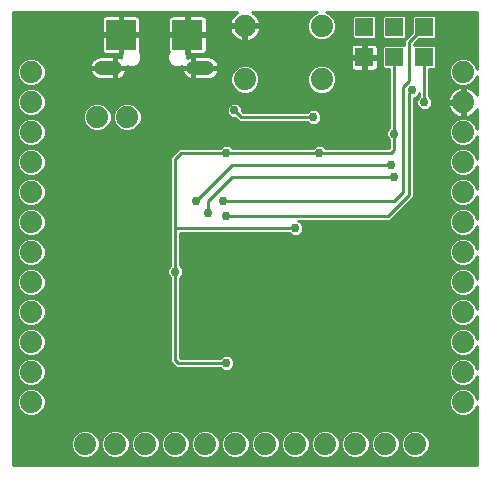
<source format=gbl>
G75*
%MOIN*%
%OFA0B0*%
%FSLAX25Y25*%
%IPPOS*%
%LPD*%
%AMOC8*
5,1,8,0,0,1.08239X$1,22.5*
%
%ADD10C,0.04724*%
%ADD11R,0.09843X0.09843*%
%ADD12C,0.07400*%
%ADD13R,0.06000X0.06000*%
%ADD14C,0.01000*%
%ADD15C,0.03000*%
D10*
X0044783Y0171957D02*
X0049508Y0171957D01*
X0075492Y0171957D02*
X0080217Y0171957D01*
D11*
X0073600Y0182980D03*
X0051400Y0182980D03*
D12*
X0053500Y0155500D03*
X0043500Y0155500D03*
X0021500Y0150500D03*
X0021500Y0160500D03*
X0021500Y0170500D03*
X0021500Y0140500D03*
X0021500Y0130500D03*
X0021500Y0120500D03*
X0021500Y0110500D03*
X0021500Y0100500D03*
X0021500Y0090500D03*
X0021500Y0080500D03*
X0021500Y0070500D03*
X0021500Y0060500D03*
X0039500Y0046500D03*
X0049500Y0046500D03*
X0059500Y0046500D03*
X0069500Y0046500D03*
X0079500Y0046500D03*
X0089500Y0046500D03*
X0099500Y0046500D03*
X0109500Y0046500D03*
X0119500Y0046500D03*
X0129500Y0046500D03*
X0139500Y0046500D03*
X0149500Y0046500D03*
X0165500Y0060500D03*
X0165500Y0070500D03*
X0165500Y0080500D03*
X0165500Y0090500D03*
X0165500Y0100500D03*
X0165500Y0110500D03*
X0165500Y0120500D03*
X0165500Y0130500D03*
X0165500Y0140500D03*
X0165500Y0150500D03*
X0165500Y0160500D03*
X0165500Y0170500D03*
X0118300Y0168100D03*
X0118300Y0185900D03*
X0092700Y0185900D03*
X0092700Y0168100D03*
D13*
X0132500Y0175500D03*
X0132500Y0185500D03*
X0142500Y0185500D03*
X0142500Y0175500D03*
X0152500Y0175500D03*
X0152500Y0185500D03*
D14*
X0015500Y0190461D02*
X0015500Y0039500D01*
X0170201Y0039500D01*
X0170201Y0059306D01*
X0169569Y0057781D01*
X0168219Y0056431D01*
X0166455Y0055700D01*
X0164545Y0055700D01*
X0162781Y0056431D01*
X0161431Y0057781D01*
X0160700Y0059545D01*
X0160700Y0061455D01*
X0161431Y0063219D01*
X0162781Y0064569D01*
X0164545Y0065300D01*
X0166455Y0065300D01*
X0168219Y0064569D01*
X0169569Y0063219D01*
X0170201Y0061694D01*
X0170201Y0069306D01*
X0169569Y0067781D01*
X0168219Y0066431D01*
X0166455Y0065700D01*
X0164545Y0065700D01*
X0162781Y0066431D01*
X0161431Y0067781D01*
X0160700Y0069545D01*
X0160700Y0071455D01*
X0161431Y0073219D01*
X0162781Y0074569D01*
X0164545Y0075300D01*
X0166455Y0075300D01*
X0168219Y0074569D01*
X0169569Y0073219D01*
X0170201Y0071694D01*
X0170201Y0079306D01*
X0169569Y0077781D01*
X0168219Y0076431D01*
X0166455Y0075700D01*
X0164545Y0075700D01*
X0162781Y0076431D01*
X0161431Y0077781D01*
X0160700Y0079545D01*
X0160700Y0081455D01*
X0161431Y0083219D01*
X0162781Y0084569D01*
X0164545Y0085300D01*
X0166455Y0085300D01*
X0168219Y0084569D01*
X0169569Y0083219D01*
X0170201Y0081694D01*
X0170201Y0089306D01*
X0169569Y0087781D01*
X0168219Y0086431D01*
X0166455Y0085700D01*
X0164545Y0085700D01*
X0162781Y0086431D01*
X0161431Y0087781D01*
X0160700Y0089545D01*
X0160700Y0091455D01*
X0161431Y0093219D01*
X0162781Y0094569D01*
X0164545Y0095300D01*
X0166455Y0095300D01*
X0168219Y0094569D01*
X0169569Y0093219D01*
X0170201Y0091694D01*
X0170201Y0099306D01*
X0169569Y0097781D01*
X0168219Y0096431D01*
X0166455Y0095700D01*
X0164545Y0095700D01*
X0162781Y0096431D01*
X0161431Y0097781D01*
X0160700Y0099545D01*
X0160700Y0101455D01*
X0161431Y0103219D01*
X0162781Y0104569D01*
X0164545Y0105300D01*
X0166455Y0105300D01*
X0168219Y0104569D01*
X0169569Y0103219D01*
X0170201Y0101694D01*
X0170201Y0109306D01*
X0169569Y0107781D01*
X0168219Y0106431D01*
X0166455Y0105700D01*
X0164545Y0105700D01*
X0162781Y0106431D01*
X0161431Y0107781D01*
X0160700Y0109545D01*
X0160700Y0111455D01*
X0161431Y0113219D01*
X0162781Y0114569D01*
X0164545Y0115300D01*
X0166455Y0115300D01*
X0168219Y0114569D01*
X0169569Y0113219D01*
X0170201Y0111694D01*
X0170201Y0119306D01*
X0169569Y0117781D01*
X0168219Y0116431D01*
X0166455Y0115700D01*
X0164545Y0115700D01*
X0162781Y0116431D01*
X0161431Y0117781D01*
X0160700Y0119545D01*
X0160700Y0121455D01*
X0161431Y0123219D01*
X0162781Y0124569D01*
X0164545Y0125300D01*
X0166455Y0125300D01*
X0168219Y0124569D01*
X0169569Y0123219D01*
X0170201Y0121694D01*
X0170201Y0129306D01*
X0169569Y0127781D01*
X0168219Y0126431D01*
X0166455Y0125700D01*
X0164545Y0125700D01*
X0162781Y0126431D01*
X0161431Y0127781D01*
X0160700Y0129545D01*
X0160700Y0131455D01*
X0161431Y0133219D01*
X0162781Y0134569D01*
X0164545Y0135300D01*
X0166455Y0135300D01*
X0168219Y0134569D01*
X0169569Y0133219D01*
X0170201Y0131694D01*
X0170201Y0139306D01*
X0169569Y0137781D01*
X0168219Y0136431D01*
X0166455Y0135700D01*
X0164545Y0135700D01*
X0162781Y0136431D01*
X0161431Y0137781D01*
X0160700Y0139545D01*
X0160700Y0141455D01*
X0161431Y0143219D01*
X0162781Y0144569D01*
X0164545Y0145300D01*
X0166455Y0145300D01*
X0168219Y0144569D01*
X0169569Y0143219D01*
X0170201Y0141694D01*
X0170201Y0149306D01*
X0169569Y0147781D01*
X0168219Y0146431D01*
X0166455Y0145700D01*
X0164545Y0145700D01*
X0162781Y0146431D01*
X0161431Y0147781D01*
X0160700Y0149545D01*
X0160700Y0151455D01*
X0161431Y0153219D01*
X0162781Y0154569D01*
X0164545Y0155300D01*
X0166455Y0155300D01*
X0168219Y0154569D01*
X0169569Y0153219D01*
X0170201Y0151694D01*
X0170201Y0158272D01*
X0169947Y0157775D01*
X0169466Y0157112D01*
X0168888Y0156534D01*
X0168225Y0156053D01*
X0167496Y0155681D01*
X0166718Y0155428D01*
X0166000Y0155314D01*
X0166000Y0160000D01*
X0165000Y0160000D01*
X0165000Y0155314D01*
X0164282Y0155428D01*
X0163504Y0155681D01*
X0162775Y0156053D01*
X0162112Y0156534D01*
X0161534Y0157112D01*
X0161053Y0157775D01*
X0160681Y0158504D01*
X0160428Y0159282D01*
X0160314Y0160000D01*
X0165000Y0160000D01*
X0165000Y0161000D01*
X0165000Y0165686D01*
X0164282Y0165572D01*
X0163504Y0165319D01*
X0162775Y0164947D01*
X0162112Y0164466D01*
X0161534Y0163888D01*
X0161053Y0163225D01*
X0160681Y0162496D01*
X0160428Y0161718D01*
X0160314Y0161000D01*
X0165000Y0161000D01*
X0166000Y0161000D01*
X0166000Y0165686D01*
X0166718Y0165572D01*
X0167496Y0165319D01*
X0168225Y0164947D01*
X0168888Y0164466D01*
X0169466Y0163888D01*
X0169947Y0163225D01*
X0170201Y0162728D01*
X0170201Y0169306D01*
X0169569Y0167781D01*
X0168219Y0166431D01*
X0166455Y0165700D01*
X0164545Y0165700D01*
X0162781Y0166431D01*
X0161431Y0167781D01*
X0160700Y0169545D01*
X0160700Y0171455D01*
X0161431Y0173219D01*
X0162781Y0174569D01*
X0164545Y0175300D01*
X0166455Y0175300D01*
X0168219Y0174569D01*
X0169569Y0173219D01*
X0170201Y0171694D01*
X0170201Y0190461D01*
X0119833Y0190461D01*
X0121019Y0189969D01*
X0122369Y0188619D01*
X0123100Y0186855D01*
X0123100Y0184945D01*
X0122369Y0183181D01*
X0121019Y0181831D01*
X0119255Y0181100D01*
X0117345Y0181100D01*
X0115581Y0181831D01*
X0114231Y0183181D01*
X0113500Y0184945D01*
X0113500Y0186855D01*
X0114231Y0188619D01*
X0115581Y0189969D01*
X0116767Y0190461D01*
X0095203Y0190461D01*
X0095425Y0190347D01*
X0096088Y0189866D01*
X0096666Y0189288D01*
X0097147Y0188625D01*
X0097519Y0187896D01*
X0097772Y0187118D01*
X0097886Y0186400D01*
X0093200Y0186400D01*
X0093200Y0185400D01*
X0097886Y0185400D01*
X0097772Y0184682D01*
X0097519Y0183904D01*
X0097147Y0183175D01*
X0096666Y0182512D01*
X0096088Y0181934D01*
X0095425Y0181453D01*
X0094696Y0181081D01*
X0093918Y0180828D01*
X0093200Y0180714D01*
X0093200Y0185400D01*
X0092200Y0185400D01*
X0087514Y0185400D01*
X0087628Y0184682D01*
X0087881Y0183904D01*
X0088253Y0183175D01*
X0088734Y0182512D01*
X0089312Y0181934D01*
X0089975Y0181453D01*
X0090704Y0181081D01*
X0091482Y0180828D01*
X0092200Y0180714D01*
X0092200Y0185400D01*
X0092200Y0186400D01*
X0087514Y0186400D01*
X0087628Y0187118D01*
X0087881Y0187896D01*
X0088253Y0188625D01*
X0088734Y0189288D01*
X0089312Y0189866D01*
X0089975Y0190347D01*
X0090197Y0190461D01*
X0015500Y0190461D01*
X0015500Y0190220D02*
X0089799Y0190220D01*
X0088686Y0189222D02*
X0079235Y0189222D01*
X0079100Y0189299D02*
X0079442Y0189102D01*
X0079722Y0188823D01*
X0079919Y0188481D01*
X0080021Y0188099D01*
X0080021Y0183366D01*
X0077945Y0183366D01*
X0077945Y0182594D01*
X0080021Y0182594D01*
X0080021Y0177862D01*
X0079919Y0177480D01*
X0079722Y0177138D01*
X0079442Y0176859D01*
X0079100Y0176661D01*
X0078719Y0176559D01*
X0073986Y0176559D01*
X0073986Y0177921D01*
X0073214Y0177921D01*
X0073214Y0176995D01*
X0073555Y0176172D01*
X0073555Y0175307D01*
X0073663Y0175379D01*
X0074366Y0175670D01*
X0075112Y0175819D01*
X0075205Y0175819D01*
X0075205Y0172244D01*
X0075780Y0172244D01*
X0084079Y0172244D01*
X0084079Y0172337D01*
X0083930Y0173083D01*
X0083639Y0173786D01*
X0083216Y0174419D01*
X0082679Y0174957D01*
X0082046Y0175379D01*
X0081343Y0175670D01*
X0080597Y0175819D01*
X0075780Y0175819D01*
X0075780Y0172244D01*
X0075780Y0171669D01*
X0084079Y0171669D01*
X0084079Y0171576D01*
X0083930Y0170830D01*
X0083639Y0170127D01*
X0083216Y0169495D01*
X0082679Y0168957D01*
X0082046Y0168534D01*
X0081343Y0168243D01*
X0080597Y0168094D01*
X0075780Y0168094D01*
X0075780Y0171669D01*
X0075205Y0171669D01*
X0075205Y0168094D01*
X0075112Y0168094D01*
X0074366Y0168243D01*
X0073663Y0168534D01*
X0073030Y0168957D01*
X0072492Y0169495D01*
X0072069Y0170127D01*
X0071778Y0170830D01*
X0071630Y0171576D01*
X0071630Y0171669D01*
X0075205Y0171669D01*
X0075205Y0172244D01*
X0071630Y0172244D01*
X0071630Y0172337D01*
X0071653Y0172455D01*
X0070849Y0172122D01*
X0069505Y0172122D01*
X0068264Y0172636D01*
X0067313Y0173587D01*
X0066799Y0174828D01*
X0066799Y0176172D01*
X0067313Y0177413D01*
X0067317Y0177417D01*
X0067281Y0177480D01*
X0067179Y0177862D01*
X0067179Y0182594D01*
X0069402Y0182594D01*
X0069402Y0183366D01*
X0067179Y0183366D01*
X0067179Y0188099D01*
X0067281Y0188481D01*
X0067478Y0188823D01*
X0067758Y0189102D01*
X0068100Y0189299D01*
X0068481Y0189402D01*
X0073214Y0189402D01*
X0073214Y0188039D01*
X0073230Y0188039D01*
X0073300Y0188043D01*
X0073339Y0188078D01*
X0073673Y0188061D01*
X0073986Y0188077D01*
X0073986Y0189402D01*
X0078719Y0189402D01*
X0079100Y0189299D01*
X0079988Y0188223D02*
X0088048Y0188223D01*
X0087663Y0187225D02*
X0080021Y0187225D01*
X0080021Y0186226D02*
X0092200Y0186226D01*
X0092200Y0185228D02*
X0093200Y0185228D01*
X0093200Y0186226D02*
X0113500Y0186226D01*
X0113500Y0185228D02*
X0097858Y0185228D01*
X0097625Y0184229D02*
X0113797Y0184229D01*
X0114210Y0183231D02*
X0097176Y0183231D01*
X0096386Y0182232D02*
X0115180Y0182232D01*
X0117023Y0181234D02*
X0094996Y0181234D01*
X0093200Y0181234D02*
X0092200Y0181234D01*
X0092200Y0182232D02*
X0093200Y0182232D01*
X0093200Y0183231D02*
X0092200Y0183231D01*
X0092200Y0184229D02*
X0093200Y0184229D01*
X0090404Y0181234D02*
X0080021Y0181234D01*
X0080021Y0182232D02*
X0089014Y0182232D01*
X0088224Y0183231D02*
X0077945Y0183231D01*
X0080021Y0184229D02*
X0087775Y0184229D01*
X0087542Y0185228D02*
X0080021Y0185228D01*
X0080021Y0180235D02*
X0145900Y0180235D01*
X0145900Y0179600D02*
X0139044Y0179600D01*
X0138400Y0178956D01*
X0138400Y0172044D01*
X0139044Y0171400D01*
X0140900Y0171400D01*
X0140900Y0152077D01*
X0140296Y0151473D01*
X0139900Y0150517D01*
X0139900Y0149483D01*
X0140296Y0148527D01*
X0140900Y0147923D01*
X0140900Y0145163D01*
X0140837Y0145100D01*
X0119577Y0145100D01*
X0118973Y0145704D01*
X0118017Y0146100D01*
X0116983Y0146100D01*
X0116027Y0145704D01*
X0115423Y0145100D01*
X0088577Y0145100D01*
X0087973Y0145704D01*
X0087017Y0146100D01*
X0085983Y0146100D01*
X0085027Y0145704D01*
X0084423Y0145100D01*
X0070837Y0145100D01*
X0069900Y0144163D01*
X0068837Y0143100D01*
X0067900Y0142163D01*
X0067900Y0106077D01*
X0067296Y0105473D01*
X0066900Y0104517D01*
X0066900Y0103483D01*
X0067296Y0102527D01*
X0067900Y0101923D01*
X0067900Y0073837D01*
X0068837Y0072900D01*
X0069837Y0071900D01*
X0084423Y0071900D01*
X0085027Y0071296D01*
X0085983Y0070900D01*
X0087017Y0070900D01*
X0087973Y0071296D01*
X0088704Y0072027D01*
X0089100Y0072983D01*
X0089100Y0074017D01*
X0088704Y0074973D01*
X0087973Y0075704D01*
X0087017Y0076100D01*
X0085983Y0076100D01*
X0085027Y0075704D01*
X0084423Y0075100D01*
X0071163Y0075100D01*
X0071100Y0075163D01*
X0071100Y0101923D01*
X0071704Y0102527D01*
X0072100Y0103483D01*
X0072100Y0104517D01*
X0071704Y0105473D01*
X0071100Y0106077D01*
X0071100Y0116900D01*
X0107423Y0116900D01*
X0108027Y0116296D01*
X0108983Y0115900D01*
X0110017Y0115900D01*
X0110973Y0116296D01*
X0111704Y0117027D01*
X0112100Y0117983D01*
X0112100Y0119017D01*
X0111704Y0119973D01*
X0110973Y0120704D01*
X0110500Y0120900D01*
X0141163Y0120900D01*
X0148163Y0127900D01*
X0149100Y0128837D01*
X0149100Y0161934D01*
X0149973Y0162296D01*
X0150704Y0163027D01*
X0150900Y0163500D01*
X0150900Y0162577D01*
X0150296Y0161973D01*
X0149900Y0161017D01*
X0149900Y0159983D01*
X0150296Y0159027D01*
X0151027Y0158296D01*
X0151983Y0157900D01*
X0153017Y0157900D01*
X0153973Y0158296D01*
X0154704Y0159027D01*
X0155100Y0159983D01*
X0155100Y0161017D01*
X0154704Y0161973D01*
X0154100Y0162577D01*
X0154100Y0171400D01*
X0155956Y0171400D01*
X0156600Y0172044D01*
X0156600Y0178956D01*
X0155956Y0179600D01*
X0149100Y0179600D01*
X0149100Y0179837D01*
X0150663Y0181400D01*
X0155956Y0181400D01*
X0156600Y0182044D01*
X0156600Y0188956D01*
X0155956Y0189600D01*
X0149044Y0189600D01*
X0148400Y0188956D01*
X0148400Y0183663D01*
X0145900Y0181163D01*
X0145900Y0179600D01*
X0145971Y0181234D02*
X0119577Y0181234D01*
X0121420Y0182232D02*
X0128400Y0182232D01*
X0128400Y0182044D02*
X0129044Y0181400D01*
X0135956Y0181400D01*
X0136600Y0182044D01*
X0136600Y0188956D01*
X0135956Y0189600D01*
X0129044Y0189600D01*
X0128400Y0188956D01*
X0128400Y0182044D01*
X0128400Y0183231D02*
X0122390Y0183231D01*
X0122803Y0184229D02*
X0128400Y0184229D01*
X0128400Y0185228D02*
X0123100Y0185228D01*
X0123100Y0186226D02*
X0128400Y0186226D01*
X0128400Y0187225D02*
X0122947Y0187225D01*
X0122533Y0188223D02*
X0128400Y0188223D01*
X0128666Y0189222D02*
X0121767Y0189222D01*
X0120413Y0190220D02*
X0170201Y0190220D01*
X0170201Y0189222D02*
X0156334Y0189222D01*
X0156600Y0188223D02*
X0170201Y0188223D01*
X0170201Y0187225D02*
X0156600Y0187225D01*
X0156600Y0186226D02*
X0170201Y0186226D01*
X0170201Y0185228D02*
X0156600Y0185228D01*
X0156600Y0184229D02*
X0170201Y0184229D01*
X0170201Y0183231D02*
X0156600Y0183231D01*
X0156600Y0182232D02*
X0170201Y0182232D01*
X0170201Y0181234D02*
X0150496Y0181234D01*
X0149498Y0180235D02*
X0170201Y0180235D01*
X0170201Y0179237D02*
X0156319Y0179237D01*
X0156600Y0178238D02*
X0170201Y0178238D01*
X0170201Y0177239D02*
X0156600Y0177239D01*
X0156600Y0176241D02*
X0170201Y0176241D01*
X0170201Y0175242D02*
X0166594Y0175242D01*
X0164406Y0175242D02*
X0156600Y0175242D01*
X0156600Y0174244D02*
X0162456Y0174244D01*
X0161457Y0173245D02*
X0156600Y0173245D01*
X0156600Y0172247D02*
X0161028Y0172247D01*
X0160700Y0171248D02*
X0154100Y0171248D01*
X0154100Y0170250D02*
X0160700Y0170250D01*
X0160822Y0169251D02*
X0154100Y0169251D01*
X0154100Y0168253D02*
X0161235Y0168253D01*
X0161957Y0167254D02*
X0154100Y0167254D01*
X0154100Y0166256D02*
X0163203Y0166256D01*
X0163383Y0165257D02*
X0154100Y0165257D01*
X0154100Y0164259D02*
X0161905Y0164259D01*
X0161078Y0163260D02*
X0154100Y0163260D01*
X0154415Y0162262D02*
X0160605Y0162262D01*
X0160356Y0161263D02*
X0154998Y0161263D01*
X0155100Y0160265D02*
X0165000Y0160265D01*
X0165000Y0161263D02*
X0166000Y0161263D01*
X0166000Y0162262D02*
X0165000Y0162262D01*
X0165000Y0163260D02*
X0166000Y0163260D01*
X0166000Y0164259D02*
X0165000Y0164259D01*
X0165000Y0165257D02*
X0166000Y0165257D01*
X0167617Y0165257D02*
X0170201Y0165257D01*
X0170201Y0164259D02*
X0169095Y0164259D01*
X0169922Y0163260D02*
X0170201Y0163260D01*
X0170201Y0166256D02*
X0167797Y0166256D01*
X0169043Y0167254D02*
X0170201Y0167254D01*
X0170201Y0168253D02*
X0169765Y0168253D01*
X0170178Y0169251D02*
X0170201Y0169251D01*
X0170201Y0172247D02*
X0169972Y0172247D01*
X0170201Y0173245D02*
X0169543Y0173245D01*
X0170201Y0174244D02*
X0168544Y0174244D01*
X0166000Y0159266D02*
X0165000Y0159266D01*
X0165000Y0158268D02*
X0166000Y0158268D01*
X0166000Y0157269D02*
X0165000Y0157269D01*
X0165000Y0156271D02*
X0166000Y0156271D01*
X0166522Y0155272D02*
X0170201Y0155272D01*
X0170201Y0154274D02*
X0168514Y0154274D01*
X0169513Y0153275D02*
X0170201Y0153275D01*
X0170201Y0152277D02*
X0169960Y0152277D01*
X0170191Y0149281D02*
X0170201Y0149281D01*
X0170201Y0148283D02*
X0169777Y0148283D01*
X0170201Y0147284D02*
X0169072Y0147284D01*
X0170201Y0146286D02*
X0167869Y0146286D01*
X0166486Y0145287D02*
X0170201Y0145287D01*
X0170201Y0144289D02*
X0168500Y0144289D01*
X0169498Y0143290D02*
X0170201Y0143290D01*
X0170201Y0142292D02*
X0169953Y0142292D01*
X0170197Y0139296D02*
X0170201Y0139296D01*
X0170201Y0138298D02*
X0169783Y0138298D01*
X0170201Y0137299D02*
X0169087Y0137299D01*
X0170201Y0136301D02*
X0167905Y0136301D01*
X0168485Y0134303D02*
X0170201Y0134303D01*
X0170201Y0133305D02*
X0169483Y0133305D01*
X0169947Y0132306D02*
X0170201Y0132306D01*
X0170201Y0135302D02*
X0149100Y0135302D01*
X0149100Y0134303D02*
X0162515Y0134303D01*
X0161517Y0133305D02*
X0149100Y0133305D01*
X0149100Y0132306D02*
X0161053Y0132306D01*
X0160700Y0131308D02*
X0149100Y0131308D01*
X0149100Y0130309D02*
X0160700Y0130309D01*
X0160797Y0129311D02*
X0149100Y0129311D01*
X0148575Y0128312D02*
X0161211Y0128312D01*
X0161898Y0127314D02*
X0147577Y0127314D01*
X0146578Y0126315D02*
X0163059Y0126315D01*
X0162530Y0124318D02*
X0144581Y0124318D01*
X0143583Y0123320D02*
X0161532Y0123320D01*
X0161059Y0122321D02*
X0142584Y0122321D01*
X0141586Y0121323D02*
X0160700Y0121323D01*
X0160700Y0120324D02*
X0111353Y0120324D01*
X0111972Y0119326D02*
X0160791Y0119326D01*
X0161204Y0118327D02*
X0112100Y0118327D01*
X0111829Y0117329D02*
X0161883Y0117329D01*
X0163024Y0116330D02*
X0111007Y0116330D01*
X0109500Y0118500D02*
X0069500Y0118500D01*
X0069500Y0141500D01*
X0071500Y0143500D01*
X0086500Y0143500D01*
X0117500Y0143500D01*
X0141500Y0143500D01*
X0142500Y0144500D01*
X0142500Y0150000D01*
X0142500Y0175500D01*
X0138400Y0175242D02*
X0133000Y0175242D01*
X0133000Y0175000D02*
X0133000Y0176000D01*
X0132000Y0176000D01*
X0132000Y0180000D01*
X0129303Y0180000D01*
X0128921Y0179898D01*
X0128579Y0179700D01*
X0128300Y0179421D01*
X0128102Y0179079D01*
X0128000Y0178697D01*
X0128000Y0176000D01*
X0132000Y0176000D01*
X0132000Y0175000D01*
X0128000Y0175000D01*
X0128000Y0172303D01*
X0128102Y0171921D01*
X0128300Y0171579D01*
X0128579Y0171300D01*
X0128921Y0171102D01*
X0129303Y0171000D01*
X0132000Y0171000D01*
X0132000Y0175000D01*
X0133000Y0175000D01*
X0137000Y0175000D01*
X0137000Y0172303D01*
X0136898Y0171921D01*
X0136700Y0171579D01*
X0136421Y0171300D01*
X0136079Y0171102D01*
X0135697Y0171000D01*
X0133000Y0171000D01*
X0133000Y0175000D01*
X0133000Y0174244D02*
X0132000Y0174244D01*
X0132000Y0175242D02*
X0082251Y0175242D01*
X0083333Y0174244D02*
X0128000Y0174244D01*
X0128000Y0173245D02*
X0083863Y0173245D01*
X0084079Y0172247D02*
X0090169Y0172247D01*
X0089981Y0172169D02*
X0088631Y0170819D01*
X0087900Y0169055D01*
X0087900Y0167145D01*
X0088631Y0165381D01*
X0089981Y0164031D01*
X0091745Y0163300D01*
X0093655Y0163300D01*
X0095419Y0164031D01*
X0096769Y0165381D01*
X0097500Y0167145D01*
X0097500Y0169055D01*
X0096769Y0170819D01*
X0095419Y0172169D01*
X0093655Y0172900D01*
X0091745Y0172900D01*
X0089981Y0172169D01*
X0089060Y0171248D02*
X0084013Y0171248D01*
X0083690Y0170250D02*
X0088395Y0170250D01*
X0087981Y0169251D02*
X0082973Y0169251D01*
X0081367Y0168253D02*
X0087900Y0168253D01*
X0087900Y0167254D02*
X0025043Y0167254D01*
X0025569Y0167781D02*
X0024219Y0166431D01*
X0022455Y0165700D01*
X0020545Y0165700D01*
X0018781Y0166431D01*
X0017431Y0167781D01*
X0016700Y0169545D01*
X0016700Y0171455D01*
X0017431Y0173219D01*
X0018781Y0174569D01*
X0020545Y0175300D01*
X0022455Y0175300D01*
X0024219Y0174569D01*
X0025569Y0173219D01*
X0026300Y0171455D01*
X0026300Y0169545D01*
X0025569Y0167781D01*
X0025765Y0168253D02*
X0043633Y0168253D01*
X0043657Y0168243D02*
X0044403Y0168094D01*
X0049220Y0168094D01*
X0049220Y0171669D01*
X0040921Y0171669D01*
X0040921Y0171576D01*
X0041070Y0170830D01*
X0041361Y0170127D01*
X0041783Y0169495D01*
X0042321Y0168957D01*
X0042954Y0168534D01*
X0043657Y0168243D01*
X0042027Y0169251D02*
X0026178Y0169251D01*
X0026300Y0170250D02*
X0041310Y0170250D01*
X0040986Y0171248D02*
X0026300Y0171248D01*
X0025972Y0172247D02*
X0040921Y0172247D01*
X0040921Y0172244D02*
X0049220Y0172244D01*
X0049220Y0171669D01*
X0049795Y0171669D01*
X0049795Y0168094D01*
X0049888Y0168094D01*
X0050634Y0168243D01*
X0051337Y0168534D01*
X0051970Y0168957D01*
X0052508Y0169495D01*
X0052930Y0170127D01*
X0053222Y0170830D01*
X0053370Y0171576D01*
X0053370Y0171669D01*
X0049795Y0171669D01*
X0049795Y0172244D01*
X0049220Y0172244D01*
X0049220Y0175819D01*
X0044403Y0175819D01*
X0043657Y0175670D01*
X0042954Y0175379D01*
X0042321Y0174957D01*
X0041783Y0174419D01*
X0041361Y0173786D01*
X0041070Y0173083D01*
X0040921Y0172337D01*
X0040921Y0172244D01*
X0041137Y0173245D02*
X0025543Y0173245D01*
X0024544Y0174244D02*
X0041667Y0174244D01*
X0042749Y0175242D02*
X0022594Y0175242D01*
X0020406Y0175242D02*
X0015500Y0175242D01*
X0015500Y0174244D02*
X0018456Y0174244D01*
X0017457Y0173245D02*
X0015500Y0173245D01*
X0015500Y0172247D02*
X0017028Y0172247D01*
X0016700Y0171248D02*
X0015500Y0171248D01*
X0015500Y0170250D02*
X0016700Y0170250D01*
X0016822Y0169251D02*
X0015500Y0169251D01*
X0015500Y0168253D02*
X0017235Y0168253D01*
X0017957Y0167254D02*
X0015500Y0167254D01*
X0015500Y0166256D02*
X0019203Y0166256D01*
X0020442Y0165257D02*
X0015500Y0165257D01*
X0015500Y0164259D02*
X0018471Y0164259D01*
X0018781Y0164569D02*
X0017431Y0163219D01*
X0016700Y0161455D01*
X0016700Y0159545D01*
X0017431Y0157781D01*
X0018781Y0156431D01*
X0020545Y0155700D01*
X0022455Y0155700D01*
X0024219Y0156431D01*
X0025569Y0157781D01*
X0026300Y0159545D01*
X0026300Y0161455D01*
X0025569Y0163219D01*
X0024219Y0164569D01*
X0022455Y0165300D01*
X0020545Y0165300D01*
X0018781Y0164569D01*
X0017472Y0163260D02*
X0015500Y0163260D01*
X0015500Y0162262D02*
X0017034Y0162262D01*
X0016700Y0161263D02*
X0015500Y0161263D01*
X0015500Y0160265D02*
X0016700Y0160265D01*
X0016816Y0159266D02*
X0015500Y0159266D01*
X0015500Y0158268D02*
X0017229Y0158268D01*
X0017943Y0157269D02*
X0015500Y0157269D01*
X0015500Y0156271D02*
X0019167Y0156271D01*
X0020478Y0155272D02*
X0015500Y0155272D01*
X0015500Y0154274D02*
X0018486Y0154274D01*
X0018781Y0154569D02*
X0017431Y0153219D01*
X0016700Y0151455D01*
X0016700Y0149545D01*
X0017431Y0147781D01*
X0018781Y0146431D01*
X0020545Y0145700D01*
X0022455Y0145700D01*
X0024219Y0146431D01*
X0025569Y0147781D01*
X0026300Y0149545D01*
X0026300Y0151455D01*
X0025569Y0153219D01*
X0024219Y0154569D01*
X0022455Y0155300D01*
X0020545Y0155300D01*
X0018781Y0154569D01*
X0017487Y0153275D02*
X0015500Y0153275D01*
X0015500Y0152277D02*
X0017040Y0152277D01*
X0016700Y0151278D02*
X0015500Y0151278D01*
X0015500Y0150280D02*
X0016700Y0150280D01*
X0016809Y0149281D02*
X0015500Y0149281D01*
X0015500Y0148283D02*
X0017223Y0148283D01*
X0017928Y0147284D02*
X0015500Y0147284D01*
X0015500Y0146286D02*
X0019131Y0146286D01*
X0020514Y0145287D02*
X0015500Y0145287D01*
X0015500Y0144289D02*
X0018500Y0144289D01*
X0018781Y0144569D02*
X0017431Y0143219D01*
X0016700Y0141455D01*
X0016700Y0139545D01*
X0017431Y0137781D01*
X0018781Y0136431D01*
X0020545Y0135700D01*
X0022455Y0135700D01*
X0024219Y0136431D01*
X0025569Y0137781D01*
X0026300Y0139545D01*
X0026300Y0141455D01*
X0025569Y0143219D01*
X0024219Y0144569D01*
X0022455Y0145300D01*
X0020545Y0145300D01*
X0018781Y0144569D01*
X0017502Y0143290D02*
X0015500Y0143290D01*
X0015500Y0142292D02*
X0017047Y0142292D01*
X0016700Y0141293D02*
X0015500Y0141293D01*
X0015500Y0140295D02*
X0016700Y0140295D01*
X0016803Y0139296D02*
X0015500Y0139296D01*
X0015500Y0138298D02*
X0017217Y0138298D01*
X0017913Y0137299D02*
X0015500Y0137299D01*
X0015500Y0136301D02*
X0019095Y0136301D01*
X0018781Y0134569D02*
X0017431Y0133219D01*
X0016700Y0131455D01*
X0016700Y0129545D01*
X0017431Y0127781D01*
X0018781Y0126431D01*
X0020545Y0125700D01*
X0022455Y0125700D01*
X0024219Y0126431D01*
X0025569Y0127781D01*
X0026300Y0129545D01*
X0026300Y0131455D01*
X0025569Y0133219D01*
X0024219Y0134569D01*
X0022455Y0135300D01*
X0020545Y0135300D01*
X0018781Y0134569D01*
X0018515Y0134303D02*
X0015500Y0134303D01*
X0015500Y0133305D02*
X0017517Y0133305D01*
X0017053Y0132306D02*
X0015500Y0132306D01*
X0015500Y0131308D02*
X0016700Y0131308D01*
X0016700Y0130309D02*
X0015500Y0130309D01*
X0015500Y0129311D02*
X0016797Y0129311D01*
X0017211Y0128312D02*
X0015500Y0128312D01*
X0015500Y0127314D02*
X0017898Y0127314D01*
X0019059Y0126315D02*
X0015500Y0126315D01*
X0015500Y0125317D02*
X0067900Y0125317D01*
X0067900Y0126315D02*
X0023940Y0126315D01*
X0025102Y0127314D02*
X0067900Y0127314D01*
X0067900Y0128312D02*
X0025789Y0128312D01*
X0026203Y0129311D02*
X0067900Y0129311D01*
X0067900Y0130309D02*
X0026300Y0130309D01*
X0026300Y0131308D02*
X0067900Y0131308D01*
X0067900Y0132306D02*
X0025947Y0132306D01*
X0025483Y0133305D02*
X0067900Y0133305D01*
X0067900Y0134303D02*
X0024485Y0134303D01*
X0023905Y0136301D02*
X0067900Y0136301D01*
X0067900Y0137299D02*
X0025087Y0137299D01*
X0025783Y0138298D02*
X0067900Y0138298D01*
X0067900Y0139296D02*
X0026197Y0139296D01*
X0026300Y0140295D02*
X0067900Y0140295D01*
X0067900Y0141293D02*
X0026300Y0141293D01*
X0025953Y0142292D02*
X0068029Y0142292D01*
X0069027Y0143290D02*
X0025498Y0143290D01*
X0024500Y0144289D02*
X0070026Y0144289D01*
X0067900Y0135302D02*
X0015500Y0135302D01*
X0020545Y0125300D02*
X0018781Y0124569D01*
X0017431Y0123219D01*
X0016700Y0121455D01*
X0016700Y0119545D01*
X0017431Y0117781D01*
X0018781Y0116431D01*
X0020545Y0115700D01*
X0022455Y0115700D01*
X0024219Y0116431D01*
X0025569Y0117781D01*
X0026300Y0119545D01*
X0026300Y0121455D01*
X0025569Y0123219D01*
X0024219Y0124569D01*
X0022455Y0125300D01*
X0020545Y0125300D01*
X0018530Y0124318D02*
X0015500Y0124318D01*
X0015500Y0123320D02*
X0017532Y0123320D01*
X0017059Y0122321D02*
X0015500Y0122321D01*
X0015500Y0121323D02*
X0016700Y0121323D01*
X0016700Y0120324D02*
X0015500Y0120324D01*
X0015500Y0119326D02*
X0016791Y0119326D01*
X0017204Y0118327D02*
X0015500Y0118327D01*
X0015500Y0117329D02*
X0017883Y0117329D01*
X0019024Y0116330D02*
X0015500Y0116330D01*
X0015500Y0115332D02*
X0067900Y0115332D01*
X0067900Y0116330D02*
X0023976Y0116330D01*
X0025117Y0117329D02*
X0067900Y0117329D01*
X0067900Y0118327D02*
X0025796Y0118327D01*
X0026209Y0119326D02*
X0067900Y0119326D01*
X0067900Y0120324D02*
X0026300Y0120324D01*
X0026300Y0121323D02*
X0067900Y0121323D01*
X0067900Y0122321D02*
X0025941Y0122321D01*
X0025468Y0123320D02*
X0067900Y0123320D01*
X0067900Y0124318D02*
X0024470Y0124318D01*
X0022455Y0115300D02*
X0020545Y0115300D01*
X0018781Y0114569D01*
X0017431Y0113219D01*
X0016700Y0111455D01*
X0016700Y0109545D01*
X0017431Y0107781D01*
X0018781Y0106431D01*
X0020545Y0105700D01*
X0022455Y0105700D01*
X0024219Y0106431D01*
X0025569Y0107781D01*
X0026300Y0109545D01*
X0026300Y0111455D01*
X0025569Y0113219D01*
X0024219Y0114569D01*
X0022455Y0115300D01*
X0024455Y0114333D02*
X0067900Y0114333D01*
X0067900Y0113335D02*
X0025453Y0113335D01*
X0025935Y0112336D02*
X0067900Y0112336D01*
X0067900Y0111338D02*
X0026300Y0111338D01*
X0026300Y0110339D02*
X0067900Y0110339D01*
X0067900Y0109341D02*
X0026215Y0109341D01*
X0025802Y0108342D02*
X0067900Y0108342D01*
X0067900Y0107344D02*
X0025132Y0107344D01*
X0024012Y0106345D02*
X0067900Y0106345D01*
X0067244Y0105347D02*
X0015500Y0105347D01*
X0015500Y0106345D02*
X0018988Y0106345D01*
X0017868Y0107344D02*
X0015500Y0107344D01*
X0015500Y0108342D02*
X0017198Y0108342D01*
X0016785Y0109341D02*
X0015500Y0109341D01*
X0015500Y0110339D02*
X0016700Y0110339D01*
X0016700Y0111338D02*
X0015500Y0111338D01*
X0015500Y0112336D02*
X0017065Y0112336D01*
X0017547Y0113335D02*
X0015500Y0113335D01*
X0015500Y0114333D02*
X0018545Y0114333D01*
X0020545Y0105300D02*
X0018781Y0104569D01*
X0017431Y0103219D01*
X0016700Y0101455D01*
X0016700Y0099545D01*
X0017431Y0097781D01*
X0018781Y0096431D01*
X0020545Y0095700D01*
X0022455Y0095700D01*
X0024219Y0096431D01*
X0025569Y0097781D01*
X0026300Y0099545D01*
X0026300Y0101455D01*
X0025569Y0103219D01*
X0024219Y0104569D01*
X0022455Y0105300D01*
X0020545Y0105300D01*
X0018560Y0104348D02*
X0015500Y0104348D01*
X0015500Y0103350D02*
X0017561Y0103350D01*
X0017071Y0102351D02*
X0015500Y0102351D01*
X0015500Y0101353D02*
X0016700Y0101353D01*
X0016700Y0100354D02*
X0015500Y0100354D01*
X0015500Y0099356D02*
X0016779Y0099356D01*
X0017192Y0098357D02*
X0015500Y0098357D01*
X0015500Y0097359D02*
X0017853Y0097359D01*
X0018952Y0096360D02*
X0015500Y0096360D01*
X0015500Y0095362D02*
X0067900Y0095362D01*
X0067900Y0096360D02*
X0024048Y0096360D01*
X0025147Y0097359D02*
X0067900Y0097359D01*
X0067900Y0098357D02*
X0025808Y0098357D01*
X0026221Y0099356D02*
X0067900Y0099356D01*
X0067900Y0100354D02*
X0026300Y0100354D01*
X0026300Y0101353D02*
X0067900Y0101353D01*
X0067472Y0102351D02*
X0025929Y0102351D01*
X0025439Y0103350D02*
X0066955Y0103350D01*
X0066900Y0104348D02*
X0024440Y0104348D01*
X0022455Y0095300D02*
X0020545Y0095300D01*
X0018781Y0094569D01*
X0017431Y0093219D01*
X0016700Y0091455D01*
X0016700Y0089545D01*
X0017431Y0087781D01*
X0018781Y0086431D01*
X0020545Y0085700D01*
X0022455Y0085700D01*
X0024219Y0086431D01*
X0025569Y0087781D01*
X0026300Y0089545D01*
X0026300Y0091455D01*
X0025569Y0093219D01*
X0024219Y0094569D01*
X0022455Y0095300D01*
X0024425Y0094363D02*
X0067900Y0094363D01*
X0067900Y0093365D02*
X0025424Y0093365D01*
X0025923Y0092366D02*
X0067900Y0092366D01*
X0067900Y0091368D02*
X0026300Y0091368D01*
X0026300Y0090369D02*
X0067900Y0090369D01*
X0067900Y0089370D02*
X0026228Y0089370D01*
X0025814Y0088372D02*
X0067900Y0088372D01*
X0067900Y0087373D02*
X0025162Y0087373D01*
X0024084Y0086375D02*
X0067900Y0086375D01*
X0067900Y0085376D02*
X0015500Y0085376D01*
X0015500Y0084378D02*
X0018590Y0084378D01*
X0018781Y0084569D02*
X0017431Y0083219D01*
X0016700Y0081455D01*
X0016700Y0079545D01*
X0017431Y0077781D01*
X0018781Y0076431D01*
X0020545Y0075700D01*
X0022455Y0075700D01*
X0024219Y0076431D01*
X0025569Y0077781D01*
X0026300Y0079545D01*
X0026300Y0081455D01*
X0025569Y0083219D01*
X0024219Y0084569D01*
X0022455Y0085300D01*
X0020545Y0085300D01*
X0018781Y0084569D01*
X0017591Y0083379D02*
X0015500Y0083379D01*
X0015500Y0082381D02*
X0017084Y0082381D01*
X0016700Y0081382D02*
X0015500Y0081382D01*
X0015500Y0080384D02*
X0016700Y0080384D01*
X0016766Y0079385D02*
X0015500Y0079385D01*
X0015500Y0078387D02*
X0017180Y0078387D01*
X0017823Y0077388D02*
X0015500Y0077388D01*
X0015500Y0076390D02*
X0018880Y0076390D01*
X0018781Y0074569D02*
X0017431Y0073219D01*
X0016700Y0071455D01*
X0016700Y0069545D01*
X0017431Y0067781D01*
X0018781Y0066431D01*
X0020545Y0065700D01*
X0022455Y0065700D01*
X0024219Y0066431D01*
X0025569Y0067781D01*
X0026300Y0069545D01*
X0026300Y0071455D01*
X0025569Y0073219D01*
X0024219Y0074569D01*
X0022455Y0075300D01*
X0020545Y0075300D01*
X0018781Y0074569D01*
X0018605Y0074393D02*
X0015500Y0074393D01*
X0015500Y0075391D02*
X0067900Y0075391D01*
X0067900Y0074393D02*
X0024395Y0074393D01*
X0025394Y0073394D02*
X0068343Y0073394D01*
X0069341Y0072396D02*
X0025910Y0072396D01*
X0026300Y0071397D02*
X0084926Y0071397D01*
X0086500Y0073500D02*
X0070500Y0073500D01*
X0069500Y0074500D01*
X0069500Y0104000D01*
X0069500Y0118500D01*
X0071100Y0116330D02*
X0107993Y0116330D01*
X0088500Y0135500D02*
X0142500Y0135500D01*
X0141500Y0139500D02*
X0088500Y0139500D01*
X0076500Y0127500D01*
X0080500Y0127500D02*
X0080500Y0123500D01*
X0080500Y0127500D02*
X0088500Y0135500D01*
X0085500Y0127500D02*
X0142500Y0127500D01*
X0145500Y0130500D01*
X0145500Y0165500D01*
X0147500Y0167500D01*
X0147500Y0180500D01*
X0152500Y0185500D01*
X0148666Y0189222D02*
X0146334Y0189222D01*
X0146600Y0188956D02*
X0145956Y0189600D01*
X0139044Y0189600D01*
X0138400Y0188956D01*
X0138400Y0182044D01*
X0139044Y0181400D01*
X0145956Y0181400D01*
X0146600Y0182044D01*
X0146600Y0188956D01*
X0146600Y0188223D02*
X0148400Y0188223D01*
X0148400Y0187225D02*
X0146600Y0187225D01*
X0146600Y0186226D02*
X0148400Y0186226D01*
X0148400Y0185228D02*
X0146600Y0185228D01*
X0146600Y0184229D02*
X0148400Y0184229D01*
X0147968Y0183231D02*
X0146600Y0183231D01*
X0146600Y0182232D02*
X0146969Y0182232D01*
X0152500Y0175500D02*
X0152500Y0160500D01*
X0150585Y0162262D02*
X0149891Y0162262D01*
X0150002Y0161263D02*
X0149100Y0161263D01*
X0149100Y0160265D02*
X0149900Y0160265D01*
X0150197Y0159266D02*
X0149100Y0159266D01*
X0149100Y0158268D02*
X0151095Y0158268D01*
X0149100Y0157269D02*
X0161420Y0157269D01*
X0160801Y0158268D02*
X0153905Y0158268D01*
X0154803Y0159266D02*
X0160433Y0159266D01*
X0162474Y0156271D02*
X0149100Y0156271D01*
X0149100Y0155272D02*
X0164478Y0155272D01*
X0162486Y0154274D02*
X0149100Y0154274D01*
X0149100Y0153275D02*
X0161487Y0153275D01*
X0161040Y0152277D02*
X0149100Y0152277D01*
X0149100Y0151278D02*
X0160700Y0151278D01*
X0160700Y0150280D02*
X0149100Y0150280D01*
X0149100Y0149281D02*
X0160809Y0149281D01*
X0161223Y0148283D02*
X0149100Y0148283D01*
X0149100Y0147284D02*
X0161928Y0147284D01*
X0163131Y0146286D02*
X0149100Y0146286D01*
X0149100Y0145287D02*
X0164514Y0145287D01*
X0162500Y0144289D02*
X0149100Y0144289D01*
X0149100Y0143290D02*
X0161502Y0143290D01*
X0161047Y0142292D02*
X0149100Y0142292D01*
X0149100Y0141293D02*
X0160700Y0141293D01*
X0160700Y0140295D02*
X0149100Y0140295D01*
X0149100Y0139296D02*
X0160803Y0139296D01*
X0161217Y0138298D02*
X0149100Y0138298D01*
X0149100Y0137299D02*
X0161913Y0137299D01*
X0163095Y0136301D02*
X0149100Y0136301D01*
X0147500Y0129500D02*
X0147500Y0163500D01*
X0148500Y0164500D01*
X0150801Y0163260D02*
X0150900Y0163260D01*
X0140900Y0163260D02*
X0025528Y0163260D01*
X0025966Y0162262D02*
X0140900Y0162262D01*
X0140900Y0161263D02*
X0026300Y0161263D01*
X0026300Y0160265D02*
X0042460Y0160265D01*
X0042545Y0160300D02*
X0040781Y0159569D01*
X0039431Y0158219D01*
X0038700Y0156455D01*
X0038700Y0154545D01*
X0039431Y0152781D01*
X0040781Y0151431D01*
X0042545Y0150700D01*
X0044455Y0150700D01*
X0046219Y0151431D01*
X0047569Y0152781D01*
X0048300Y0154545D01*
X0048300Y0156455D01*
X0047569Y0158219D01*
X0046219Y0159569D01*
X0044455Y0160300D01*
X0042545Y0160300D01*
X0044540Y0160265D02*
X0052460Y0160265D01*
X0052545Y0160300D02*
X0050781Y0159569D01*
X0049431Y0158219D01*
X0048700Y0156455D01*
X0048700Y0154545D01*
X0049431Y0152781D01*
X0050781Y0151431D01*
X0052545Y0150700D01*
X0054455Y0150700D01*
X0056219Y0151431D01*
X0057569Y0152781D01*
X0058300Y0154545D01*
X0058300Y0156455D01*
X0057569Y0158219D01*
X0056219Y0159569D01*
X0054455Y0160300D01*
X0052545Y0160300D01*
X0054540Y0160265D02*
X0088527Y0160265D01*
X0088733Y0160350D02*
X0087777Y0159954D01*
X0087046Y0159223D01*
X0086650Y0158267D01*
X0086650Y0157233D01*
X0087046Y0156277D01*
X0087777Y0155546D01*
X0088733Y0155150D01*
X0089587Y0155150D01*
X0090837Y0153900D01*
X0113423Y0153900D01*
X0114027Y0153296D01*
X0114983Y0152900D01*
X0116017Y0152900D01*
X0116973Y0153296D01*
X0117704Y0154027D01*
X0118100Y0154983D01*
X0118100Y0156017D01*
X0117704Y0156973D01*
X0116973Y0157704D01*
X0116017Y0158100D01*
X0114983Y0158100D01*
X0114027Y0157704D01*
X0113423Y0157100D01*
X0092163Y0157100D01*
X0091850Y0157413D01*
X0091850Y0158267D01*
X0091454Y0159223D01*
X0090723Y0159954D01*
X0089767Y0160350D01*
X0088733Y0160350D01*
X0089973Y0160265D02*
X0140900Y0160265D01*
X0140900Y0159266D02*
X0091411Y0159266D01*
X0091850Y0158268D02*
X0140900Y0158268D01*
X0140900Y0157269D02*
X0117408Y0157269D01*
X0117995Y0156271D02*
X0140900Y0156271D01*
X0140900Y0155272D02*
X0118100Y0155272D01*
X0117806Y0154274D02*
X0140900Y0154274D01*
X0140900Y0153275D02*
X0116923Y0153275D01*
X0115500Y0155500D02*
X0091500Y0155500D01*
X0089250Y0157750D01*
X0088438Y0155272D02*
X0058300Y0155272D01*
X0058300Y0156271D02*
X0087052Y0156271D01*
X0086650Y0157269D02*
X0057963Y0157269D01*
X0057520Y0158268D02*
X0086650Y0158268D01*
X0087089Y0159266D02*
X0056522Y0159266D01*
X0058188Y0154274D02*
X0090464Y0154274D01*
X0091993Y0157269D02*
X0113592Y0157269D01*
X0114077Y0153275D02*
X0057774Y0153275D01*
X0057065Y0152277D02*
X0140900Y0152277D01*
X0140215Y0151278D02*
X0055851Y0151278D01*
X0051149Y0151278D02*
X0045851Y0151278D01*
X0047065Y0152277D02*
X0049935Y0152277D01*
X0049226Y0153275D02*
X0047774Y0153275D01*
X0048188Y0154274D02*
X0048812Y0154274D01*
X0048700Y0155272D02*
X0048300Y0155272D01*
X0048300Y0156271D02*
X0048700Y0156271D01*
X0049037Y0157269D02*
X0047963Y0157269D01*
X0047520Y0158268D02*
X0049480Y0158268D01*
X0050478Y0159266D02*
X0046522Y0159266D01*
X0040478Y0159266D02*
X0026184Y0159266D01*
X0025771Y0158268D02*
X0039480Y0158268D01*
X0039037Y0157269D02*
X0025057Y0157269D01*
X0023833Y0156271D02*
X0038700Y0156271D01*
X0038700Y0155272D02*
X0022522Y0155272D01*
X0024514Y0154274D02*
X0038812Y0154274D01*
X0039226Y0153275D02*
X0025513Y0153275D01*
X0025960Y0152277D02*
X0039935Y0152277D01*
X0041149Y0151278D02*
X0026300Y0151278D01*
X0026300Y0150280D02*
X0139900Y0150280D01*
X0139984Y0149281D02*
X0026191Y0149281D01*
X0025777Y0148283D02*
X0140540Y0148283D01*
X0140900Y0147284D02*
X0025072Y0147284D01*
X0023869Y0146286D02*
X0140900Y0146286D01*
X0140900Y0145287D02*
X0119390Y0145287D01*
X0115610Y0145287D02*
X0088390Y0145287D01*
X0084610Y0145287D02*
X0022486Y0145287D01*
X0024529Y0164259D02*
X0089753Y0164259D01*
X0088754Y0165257D02*
X0022558Y0165257D01*
X0023797Y0166256D02*
X0088268Y0166256D01*
X0095647Y0164259D02*
X0115353Y0164259D01*
X0115581Y0164031D02*
X0117345Y0163300D01*
X0119255Y0163300D01*
X0121019Y0164031D01*
X0122369Y0165381D01*
X0123100Y0167145D01*
X0123100Y0169055D01*
X0122369Y0170819D01*
X0121019Y0172169D01*
X0119255Y0172900D01*
X0117345Y0172900D01*
X0115581Y0172169D01*
X0114231Y0170819D01*
X0113500Y0169055D01*
X0113500Y0167145D01*
X0114231Y0165381D01*
X0115581Y0164031D01*
X0114354Y0165257D02*
X0096646Y0165257D01*
X0097132Y0166256D02*
X0113868Y0166256D01*
X0113500Y0167254D02*
X0097500Y0167254D01*
X0097500Y0168253D02*
X0113500Y0168253D01*
X0113581Y0169251D02*
X0097419Y0169251D01*
X0097005Y0170250D02*
X0113995Y0170250D01*
X0114660Y0171248D02*
X0096340Y0171248D01*
X0095231Y0172247D02*
X0115769Y0172247D01*
X0120831Y0172247D02*
X0128015Y0172247D01*
X0128668Y0171248D02*
X0121940Y0171248D01*
X0122605Y0170250D02*
X0140900Y0170250D01*
X0140900Y0171248D02*
X0136332Y0171248D01*
X0136985Y0172247D02*
X0138400Y0172247D01*
X0138400Y0173245D02*
X0137000Y0173245D01*
X0137000Y0174244D02*
X0138400Y0174244D01*
X0138400Y0176241D02*
X0137000Y0176241D01*
X0137000Y0176000D02*
X0137000Y0178697D01*
X0136898Y0179079D01*
X0136700Y0179421D01*
X0136421Y0179700D01*
X0136079Y0179898D01*
X0135697Y0180000D01*
X0133000Y0180000D01*
X0133000Y0176000D01*
X0137000Y0176000D01*
X0137000Y0177239D02*
X0138400Y0177239D01*
X0138400Y0178238D02*
X0137000Y0178238D01*
X0136807Y0179237D02*
X0138681Y0179237D01*
X0138400Y0182232D02*
X0136600Y0182232D01*
X0136600Y0183231D02*
X0138400Y0183231D01*
X0138400Y0184229D02*
X0136600Y0184229D01*
X0136600Y0185228D02*
X0138400Y0185228D01*
X0138400Y0186226D02*
X0136600Y0186226D01*
X0136600Y0187225D02*
X0138400Y0187225D01*
X0138400Y0188223D02*
X0136600Y0188223D01*
X0136334Y0189222D02*
X0138666Y0189222D01*
X0133000Y0179237D02*
X0132000Y0179237D01*
X0132000Y0178238D02*
X0133000Y0178238D01*
X0133000Y0177239D02*
X0132000Y0177239D01*
X0132000Y0176241D02*
X0133000Y0176241D01*
X0133000Y0173245D02*
X0132000Y0173245D01*
X0132000Y0172247D02*
X0133000Y0172247D01*
X0133000Y0171248D02*
X0132000Y0171248D01*
X0128000Y0176241D02*
X0073527Y0176241D01*
X0073214Y0177239D02*
X0073986Y0177239D01*
X0075205Y0175242D02*
X0075780Y0175242D01*
X0075780Y0174244D02*
X0075205Y0174244D01*
X0075205Y0173245D02*
X0075780Y0173245D01*
X0075780Y0172247D02*
X0075205Y0172247D01*
X0075205Y0171248D02*
X0075780Y0171248D01*
X0075780Y0170250D02*
X0075205Y0170250D01*
X0075205Y0169251D02*
X0075780Y0169251D01*
X0075780Y0168253D02*
X0075205Y0168253D01*
X0074341Y0168253D02*
X0050658Y0168253D01*
X0049795Y0168253D02*
X0049220Y0168253D01*
X0049220Y0169251D02*
X0049795Y0169251D01*
X0049795Y0170250D02*
X0049220Y0170250D01*
X0049220Y0171248D02*
X0049795Y0171248D01*
X0049795Y0172244D02*
X0053370Y0172244D01*
X0053370Y0172337D01*
X0053347Y0172455D01*
X0054151Y0172122D01*
X0055495Y0172122D01*
X0056736Y0172636D01*
X0057687Y0173587D01*
X0058201Y0174828D01*
X0058201Y0176172D01*
X0057687Y0177413D01*
X0057683Y0177417D01*
X0057719Y0177480D01*
X0057821Y0177862D01*
X0057821Y0182594D01*
X0055598Y0182594D01*
X0055598Y0183366D01*
X0057821Y0183366D01*
X0057821Y0188099D01*
X0057719Y0188481D01*
X0057522Y0188823D01*
X0057242Y0189102D01*
X0056900Y0189299D01*
X0056519Y0189402D01*
X0051786Y0189402D01*
X0051786Y0188092D01*
X0051327Y0188048D01*
X0051014Y0188078D01*
X0051014Y0189402D01*
X0046281Y0189402D01*
X0045900Y0189299D01*
X0045558Y0189102D01*
X0045278Y0188823D01*
X0045081Y0188481D01*
X0044979Y0188099D01*
X0044979Y0183366D01*
X0047055Y0183366D01*
X0047055Y0182594D01*
X0044979Y0182594D01*
X0044979Y0177862D01*
X0045081Y0177480D01*
X0045278Y0177138D01*
X0045558Y0176859D01*
X0045900Y0176661D01*
X0046281Y0176559D01*
X0051014Y0176559D01*
X0051014Y0177883D01*
X0051327Y0177912D01*
X0051786Y0177869D01*
X0051786Y0176995D01*
X0051445Y0176172D01*
X0051445Y0175307D01*
X0051337Y0175379D01*
X0050634Y0175670D01*
X0049888Y0175819D01*
X0049795Y0175819D01*
X0049795Y0172244D01*
X0049795Y0172247D02*
X0049220Y0172247D01*
X0049220Y0173245D02*
X0049795Y0173245D01*
X0049795Y0174244D02*
X0049220Y0174244D01*
X0049220Y0175242D02*
X0049795Y0175242D01*
X0051473Y0176241D02*
X0015500Y0176241D01*
X0015500Y0177239D02*
X0045220Y0177239D01*
X0044979Y0178238D02*
X0015500Y0178238D01*
X0015500Y0179237D02*
X0044979Y0179237D01*
X0044979Y0180235D02*
X0015500Y0180235D01*
X0015500Y0181234D02*
X0044979Y0181234D01*
X0044979Y0182232D02*
X0015500Y0182232D01*
X0015500Y0183231D02*
X0047055Y0183231D01*
X0044979Y0184229D02*
X0015500Y0184229D01*
X0015500Y0185228D02*
X0044979Y0185228D01*
X0044979Y0186226D02*
X0015500Y0186226D01*
X0015500Y0187225D02*
X0044979Y0187225D01*
X0045012Y0188223D02*
X0015500Y0188223D01*
X0015500Y0189222D02*
X0045765Y0189222D01*
X0051014Y0189222D02*
X0051786Y0189222D01*
X0051786Y0188223D02*
X0051014Y0188223D01*
X0057035Y0189222D02*
X0067965Y0189222D01*
X0067212Y0188223D02*
X0057788Y0188223D01*
X0057821Y0187225D02*
X0067179Y0187225D01*
X0067179Y0186226D02*
X0057821Y0186226D01*
X0057821Y0185228D02*
X0067179Y0185228D01*
X0067179Y0184229D02*
X0057821Y0184229D01*
X0057821Y0182232D02*
X0067179Y0182232D01*
X0067179Y0181234D02*
X0057821Y0181234D01*
X0057821Y0180235D02*
X0067179Y0180235D01*
X0067179Y0179237D02*
X0057821Y0179237D01*
X0057821Y0178238D02*
X0067179Y0178238D01*
X0067241Y0177239D02*
X0057759Y0177239D01*
X0058172Y0176241D02*
X0066828Y0176241D01*
X0066799Y0175242D02*
X0058201Y0175242D01*
X0057959Y0174244D02*
X0067041Y0174244D01*
X0067655Y0173245D02*
X0057345Y0173245D01*
X0055796Y0172247D02*
X0069204Y0172247D01*
X0071151Y0172247D02*
X0071630Y0172247D01*
X0071695Y0171248D02*
X0053305Y0171248D01*
X0053370Y0172247D02*
X0053849Y0172247D01*
X0052981Y0170250D02*
X0072019Y0170250D01*
X0072735Y0169251D02*
X0052265Y0169251D01*
X0051786Y0177239D02*
X0051014Y0177239D01*
X0055598Y0183231D02*
X0069402Y0183231D01*
X0073214Y0188223D02*
X0073986Y0188223D01*
X0073986Y0189222D02*
X0073214Y0189222D01*
X0080021Y0179237D02*
X0128193Y0179237D01*
X0128000Y0178238D02*
X0080021Y0178238D01*
X0079780Y0177239D02*
X0128000Y0177239D01*
X0123019Y0169251D02*
X0140900Y0169251D01*
X0140900Y0168253D02*
X0123100Y0168253D01*
X0123100Y0167254D02*
X0140900Y0167254D01*
X0140900Y0166256D02*
X0122732Y0166256D01*
X0122246Y0165257D02*
X0140900Y0165257D01*
X0140900Y0164259D02*
X0121247Y0164259D01*
X0113653Y0187225D02*
X0097737Y0187225D01*
X0097352Y0188223D02*
X0114067Y0188223D01*
X0114833Y0189222D02*
X0096714Y0189222D01*
X0095601Y0190220D02*
X0116187Y0190220D01*
X0168526Y0156271D02*
X0170201Y0156271D01*
X0170201Y0157269D02*
X0169580Y0157269D01*
X0170199Y0158268D02*
X0170201Y0158268D01*
X0147500Y0129500D02*
X0140500Y0122500D01*
X0086500Y0122500D01*
X0071100Y0115332D02*
X0170201Y0115332D01*
X0170201Y0116330D02*
X0167976Y0116330D01*
X0169117Y0117329D02*
X0170201Y0117329D01*
X0170201Y0118327D02*
X0169796Y0118327D01*
X0169941Y0122321D02*
X0170201Y0122321D01*
X0170201Y0123320D02*
X0169468Y0123320D01*
X0170201Y0124318D02*
X0168470Y0124318D01*
X0170201Y0125317D02*
X0145580Y0125317D01*
X0161547Y0113335D02*
X0071100Y0113335D01*
X0071100Y0114333D02*
X0162545Y0114333D01*
X0161065Y0112336D02*
X0071100Y0112336D01*
X0071100Y0111338D02*
X0160700Y0111338D01*
X0160700Y0110339D02*
X0071100Y0110339D01*
X0071100Y0109341D02*
X0160785Y0109341D01*
X0161198Y0108342D02*
X0071100Y0108342D01*
X0071100Y0107344D02*
X0161868Y0107344D01*
X0162988Y0106345D02*
X0071100Y0106345D01*
X0071756Y0105347D02*
X0170201Y0105347D01*
X0170201Y0106345D02*
X0168012Y0106345D01*
X0169132Y0107344D02*
X0170201Y0107344D01*
X0170201Y0108342D02*
X0169802Y0108342D01*
X0169935Y0112336D02*
X0170201Y0112336D01*
X0170201Y0113335D02*
X0169453Y0113335D01*
X0170201Y0114333D02*
X0168455Y0114333D01*
X0168440Y0104348D02*
X0170201Y0104348D01*
X0170201Y0103350D02*
X0169439Y0103350D01*
X0169929Y0102351D02*
X0170201Y0102351D01*
X0170201Y0098357D02*
X0169808Y0098357D01*
X0170201Y0097359D02*
X0169147Y0097359D01*
X0170201Y0096360D02*
X0168048Y0096360D01*
X0168425Y0094363D02*
X0170201Y0094363D01*
X0170201Y0093365D02*
X0169424Y0093365D01*
X0169923Y0092366D02*
X0170201Y0092366D01*
X0170201Y0088372D02*
X0169814Y0088372D01*
X0170201Y0087373D02*
X0169162Y0087373D01*
X0170201Y0086375D02*
X0168084Y0086375D01*
X0168410Y0084378D02*
X0170201Y0084378D01*
X0170201Y0085376D02*
X0071100Y0085376D01*
X0071100Y0084378D02*
X0162590Y0084378D01*
X0161591Y0083379D02*
X0071100Y0083379D01*
X0071100Y0082381D02*
X0161084Y0082381D01*
X0160700Y0081382D02*
X0071100Y0081382D01*
X0071100Y0080384D02*
X0160700Y0080384D01*
X0160766Y0079385D02*
X0071100Y0079385D01*
X0071100Y0078387D02*
X0161180Y0078387D01*
X0161823Y0077388D02*
X0071100Y0077388D01*
X0071100Y0076390D02*
X0162880Y0076390D01*
X0162605Y0074393D02*
X0088944Y0074393D01*
X0089100Y0073394D02*
X0161606Y0073394D01*
X0161090Y0072396D02*
X0088857Y0072396D01*
X0088074Y0071397D02*
X0160700Y0071397D01*
X0160700Y0070399D02*
X0026300Y0070399D01*
X0026240Y0069400D02*
X0160760Y0069400D01*
X0161174Y0068402D02*
X0025826Y0068402D01*
X0025191Y0067403D02*
X0161809Y0067403D01*
X0162844Y0066405D02*
X0024156Y0066405D01*
X0024219Y0064569D02*
X0022455Y0065300D01*
X0020545Y0065300D01*
X0018781Y0064569D01*
X0017431Y0063219D01*
X0016700Y0061455D01*
X0016700Y0059545D01*
X0017431Y0057781D01*
X0018781Y0056431D01*
X0020545Y0055700D01*
X0022455Y0055700D01*
X0024219Y0056431D01*
X0025569Y0057781D01*
X0026300Y0059545D01*
X0026300Y0061455D01*
X0025569Y0063219D01*
X0024219Y0064569D01*
X0024380Y0064408D02*
X0162619Y0064408D01*
X0161621Y0063409D02*
X0025379Y0063409D01*
X0025904Y0062411D02*
X0161096Y0062411D01*
X0160700Y0061412D02*
X0026300Y0061412D01*
X0026300Y0060414D02*
X0160700Y0060414D01*
X0160754Y0059415D02*
X0026246Y0059415D01*
X0025833Y0058417D02*
X0161167Y0058417D01*
X0161794Y0057418D02*
X0025206Y0057418D01*
X0024192Y0056420D02*
X0162808Y0056420D01*
X0168192Y0056420D02*
X0170201Y0056420D01*
X0170201Y0057418D02*
X0169206Y0057418D01*
X0169833Y0058417D02*
X0170201Y0058417D01*
X0170201Y0055421D02*
X0015500Y0055421D01*
X0015500Y0054423D02*
X0170201Y0054423D01*
X0170201Y0053424D02*
X0015500Y0053424D01*
X0015500Y0052426D02*
X0170201Y0052426D01*
X0170201Y0051427D02*
X0015500Y0051427D01*
X0015500Y0050429D02*
X0036640Y0050429D01*
X0036781Y0050569D02*
X0035431Y0049219D01*
X0034700Y0047455D01*
X0034700Y0045545D01*
X0035431Y0043781D01*
X0036781Y0042431D01*
X0038545Y0041700D01*
X0040455Y0041700D01*
X0042219Y0042431D01*
X0043569Y0043781D01*
X0044300Y0045545D01*
X0044300Y0047455D01*
X0043569Y0049219D01*
X0042219Y0050569D01*
X0040455Y0051300D01*
X0038545Y0051300D01*
X0036781Y0050569D01*
X0035642Y0049430D02*
X0015500Y0049430D01*
X0015500Y0048432D02*
X0035105Y0048432D01*
X0034700Y0047433D02*
X0015500Y0047433D01*
X0015500Y0046434D02*
X0034700Y0046434D01*
X0034745Y0045436D02*
X0015500Y0045436D01*
X0015500Y0044437D02*
X0035159Y0044437D01*
X0035773Y0043439D02*
X0015500Y0043439D01*
X0015500Y0042440D02*
X0036771Y0042440D01*
X0042229Y0042440D02*
X0046771Y0042440D01*
X0046781Y0042431D02*
X0048545Y0041700D01*
X0050455Y0041700D01*
X0052219Y0042431D01*
X0053569Y0043781D01*
X0054300Y0045545D01*
X0054300Y0047455D01*
X0053569Y0049219D01*
X0052219Y0050569D01*
X0050455Y0051300D01*
X0048545Y0051300D01*
X0046781Y0050569D01*
X0045431Y0049219D01*
X0044700Y0047455D01*
X0044700Y0045545D01*
X0045431Y0043781D01*
X0046781Y0042431D01*
X0045773Y0043439D02*
X0043227Y0043439D01*
X0043841Y0044437D02*
X0045159Y0044437D01*
X0044745Y0045436D02*
X0044255Y0045436D01*
X0044300Y0046434D02*
X0044700Y0046434D01*
X0044700Y0047433D02*
X0044300Y0047433D01*
X0043895Y0048432D02*
X0045105Y0048432D01*
X0045642Y0049430D02*
X0043358Y0049430D01*
X0042360Y0050429D02*
X0046640Y0050429D01*
X0052360Y0050429D02*
X0056640Y0050429D01*
X0056781Y0050569D02*
X0055431Y0049219D01*
X0054700Y0047455D01*
X0054700Y0045545D01*
X0055431Y0043781D01*
X0056781Y0042431D01*
X0058545Y0041700D01*
X0060455Y0041700D01*
X0062219Y0042431D01*
X0063569Y0043781D01*
X0064300Y0045545D01*
X0064300Y0047455D01*
X0063569Y0049219D01*
X0062219Y0050569D01*
X0060455Y0051300D01*
X0058545Y0051300D01*
X0056781Y0050569D01*
X0055642Y0049430D02*
X0053358Y0049430D01*
X0053895Y0048432D02*
X0055105Y0048432D01*
X0054700Y0047433D02*
X0054300Y0047433D01*
X0054300Y0046434D02*
X0054700Y0046434D01*
X0054745Y0045436D02*
X0054255Y0045436D01*
X0053841Y0044437D02*
X0055159Y0044437D01*
X0055773Y0043439D02*
X0053227Y0043439D01*
X0052229Y0042440D02*
X0056771Y0042440D01*
X0062229Y0042440D02*
X0066771Y0042440D01*
X0066781Y0042431D02*
X0068545Y0041700D01*
X0070455Y0041700D01*
X0072219Y0042431D01*
X0073569Y0043781D01*
X0074300Y0045545D01*
X0074300Y0047455D01*
X0073569Y0049219D01*
X0072219Y0050569D01*
X0070455Y0051300D01*
X0068545Y0051300D01*
X0066781Y0050569D01*
X0065431Y0049219D01*
X0064700Y0047455D01*
X0064700Y0045545D01*
X0065431Y0043781D01*
X0066781Y0042431D01*
X0065773Y0043439D02*
X0063227Y0043439D01*
X0063841Y0044437D02*
X0065159Y0044437D01*
X0064745Y0045436D02*
X0064255Y0045436D01*
X0064300Y0046434D02*
X0064700Y0046434D01*
X0064700Y0047433D02*
X0064300Y0047433D01*
X0063895Y0048432D02*
X0065105Y0048432D01*
X0065642Y0049430D02*
X0063358Y0049430D01*
X0062360Y0050429D02*
X0066640Y0050429D01*
X0072360Y0050429D02*
X0076640Y0050429D01*
X0076781Y0050569D02*
X0075431Y0049219D01*
X0074700Y0047455D01*
X0074700Y0045545D01*
X0075431Y0043781D01*
X0076781Y0042431D01*
X0078545Y0041700D01*
X0080455Y0041700D01*
X0082219Y0042431D01*
X0083569Y0043781D01*
X0084300Y0045545D01*
X0084300Y0047455D01*
X0083569Y0049219D01*
X0082219Y0050569D01*
X0080455Y0051300D01*
X0078545Y0051300D01*
X0076781Y0050569D01*
X0075642Y0049430D02*
X0073358Y0049430D01*
X0073895Y0048432D02*
X0075105Y0048432D01*
X0074700Y0047433D02*
X0074300Y0047433D01*
X0074300Y0046434D02*
X0074700Y0046434D01*
X0074745Y0045436D02*
X0074255Y0045436D01*
X0073841Y0044437D02*
X0075159Y0044437D01*
X0075773Y0043439D02*
X0073227Y0043439D01*
X0072229Y0042440D02*
X0076771Y0042440D01*
X0082229Y0042440D02*
X0086771Y0042440D01*
X0086781Y0042431D02*
X0088545Y0041700D01*
X0090455Y0041700D01*
X0092219Y0042431D01*
X0093569Y0043781D01*
X0094300Y0045545D01*
X0094300Y0047455D01*
X0093569Y0049219D01*
X0092219Y0050569D01*
X0090455Y0051300D01*
X0088545Y0051300D01*
X0086781Y0050569D01*
X0085431Y0049219D01*
X0084700Y0047455D01*
X0084700Y0045545D01*
X0085431Y0043781D01*
X0086781Y0042431D01*
X0085773Y0043439D02*
X0083227Y0043439D01*
X0083841Y0044437D02*
X0085159Y0044437D01*
X0084745Y0045436D02*
X0084255Y0045436D01*
X0084300Y0046434D02*
X0084700Y0046434D01*
X0084700Y0047433D02*
X0084300Y0047433D01*
X0083895Y0048432D02*
X0085105Y0048432D01*
X0085642Y0049430D02*
X0083358Y0049430D01*
X0082360Y0050429D02*
X0086640Y0050429D01*
X0092360Y0050429D02*
X0096640Y0050429D01*
X0096781Y0050569D02*
X0095431Y0049219D01*
X0094700Y0047455D01*
X0094700Y0045545D01*
X0095431Y0043781D01*
X0096781Y0042431D01*
X0098545Y0041700D01*
X0100455Y0041700D01*
X0102219Y0042431D01*
X0103569Y0043781D01*
X0104300Y0045545D01*
X0104300Y0047455D01*
X0103569Y0049219D01*
X0102219Y0050569D01*
X0100455Y0051300D01*
X0098545Y0051300D01*
X0096781Y0050569D01*
X0095642Y0049430D02*
X0093358Y0049430D01*
X0093895Y0048432D02*
X0095105Y0048432D01*
X0094700Y0047433D02*
X0094300Y0047433D01*
X0094300Y0046434D02*
X0094700Y0046434D01*
X0094745Y0045436D02*
X0094255Y0045436D01*
X0093841Y0044437D02*
X0095159Y0044437D01*
X0095773Y0043439D02*
X0093227Y0043439D01*
X0092229Y0042440D02*
X0096771Y0042440D01*
X0102229Y0042440D02*
X0106771Y0042440D01*
X0106781Y0042431D02*
X0108545Y0041700D01*
X0110455Y0041700D01*
X0112219Y0042431D01*
X0113569Y0043781D01*
X0114300Y0045545D01*
X0114300Y0047455D01*
X0113569Y0049219D01*
X0112219Y0050569D01*
X0110455Y0051300D01*
X0108545Y0051300D01*
X0106781Y0050569D01*
X0105431Y0049219D01*
X0104700Y0047455D01*
X0104700Y0045545D01*
X0105431Y0043781D01*
X0106781Y0042431D01*
X0105773Y0043439D02*
X0103227Y0043439D01*
X0103841Y0044437D02*
X0105159Y0044437D01*
X0104745Y0045436D02*
X0104255Y0045436D01*
X0104300Y0046434D02*
X0104700Y0046434D01*
X0104700Y0047433D02*
X0104300Y0047433D01*
X0103895Y0048432D02*
X0105105Y0048432D01*
X0105642Y0049430D02*
X0103358Y0049430D01*
X0102360Y0050429D02*
X0106640Y0050429D01*
X0112360Y0050429D02*
X0116640Y0050429D01*
X0116781Y0050569D02*
X0115431Y0049219D01*
X0114700Y0047455D01*
X0114700Y0045545D01*
X0115431Y0043781D01*
X0116781Y0042431D01*
X0118545Y0041700D01*
X0120455Y0041700D01*
X0122219Y0042431D01*
X0123569Y0043781D01*
X0124300Y0045545D01*
X0124300Y0047455D01*
X0123569Y0049219D01*
X0122219Y0050569D01*
X0120455Y0051300D01*
X0118545Y0051300D01*
X0116781Y0050569D01*
X0115642Y0049430D02*
X0113358Y0049430D01*
X0113895Y0048432D02*
X0115105Y0048432D01*
X0114700Y0047433D02*
X0114300Y0047433D01*
X0114300Y0046434D02*
X0114700Y0046434D01*
X0114745Y0045436D02*
X0114255Y0045436D01*
X0113841Y0044437D02*
X0115159Y0044437D01*
X0115773Y0043439D02*
X0113227Y0043439D01*
X0112229Y0042440D02*
X0116771Y0042440D01*
X0122229Y0042440D02*
X0126771Y0042440D01*
X0126781Y0042431D02*
X0128545Y0041700D01*
X0130455Y0041700D01*
X0132219Y0042431D01*
X0133569Y0043781D01*
X0134300Y0045545D01*
X0134300Y0047455D01*
X0133569Y0049219D01*
X0132219Y0050569D01*
X0130455Y0051300D01*
X0128545Y0051300D01*
X0126781Y0050569D01*
X0125431Y0049219D01*
X0124700Y0047455D01*
X0124700Y0045545D01*
X0125431Y0043781D01*
X0126781Y0042431D01*
X0125773Y0043439D02*
X0123227Y0043439D01*
X0123841Y0044437D02*
X0125159Y0044437D01*
X0124745Y0045436D02*
X0124255Y0045436D01*
X0124300Y0046434D02*
X0124700Y0046434D01*
X0124700Y0047433D02*
X0124300Y0047433D01*
X0123895Y0048432D02*
X0125105Y0048432D01*
X0125642Y0049430D02*
X0123358Y0049430D01*
X0122360Y0050429D02*
X0126640Y0050429D01*
X0132360Y0050429D02*
X0136640Y0050429D01*
X0136781Y0050569D02*
X0135431Y0049219D01*
X0134700Y0047455D01*
X0134700Y0045545D01*
X0135431Y0043781D01*
X0136781Y0042431D01*
X0138545Y0041700D01*
X0140455Y0041700D01*
X0142219Y0042431D01*
X0143569Y0043781D01*
X0144300Y0045545D01*
X0144300Y0047455D01*
X0143569Y0049219D01*
X0142219Y0050569D01*
X0140455Y0051300D01*
X0138545Y0051300D01*
X0136781Y0050569D01*
X0135642Y0049430D02*
X0133358Y0049430D01*
X0133895Y0048432D02*
X0135105Y0048432D01*
X0134700Y0047433D02*
X0134300Y0047433D01*
X0134300Y0046434D02*
X0134700Y0046434D01*
X0134745Y0045436D02*
X0134255Y0045436D01*
X0133841Y0044437D02*
X0135159Y0044437D01*
X0135773Y0043439D02*
X0133227Y0043439D01*
X0132229Y0042440D02*
X0136771Y0042440D01*
X0142229Y0042440D02*
X0146771Y0042440D01*
X0146781Y0042431D02*
X0148545Y0041700D01*
X0150455Y0041700D01*
X0152219Y0042431D01*
X0153569Y0043781D01*
X0154300Y0045545D01*
X0154300Y0047455D01*
X0153569Y0049219D01*
X0152219Y0050569D01*
X0150455Y0051300D01*
X0148545Y0051300D01*
X0146781Y0050569D01*
X0145431Y0049219D01*
X0144700Y0047455D01*
X0144700Y0045545D01*
X0145431Y0043781D01*
X0146781Y0042431D01*
X0145773Y0043439D02*
X0143227Y0043439D01*
X0143841Y0044437D02*
X0145159Y0044437D01*
X0144745Y0045436D02*
X0144255Y0045436D01*
X0144300Y0046434D02*
X0144700Y0046434D01*
X0144700Y0047433D02*
X0144300Y0047433D01*
X0143895Y0048432D02*
X0145105Y0048432D01*
X0145642Y0049430D02*
X0143358Y0049430D01*
X0142360Y0050429D02*
X0146640Y0050429D01*
X0152360Y0050429D02*
X0170201Y0050429D01*
X0170201Y0049430D02*
X0153358Y0049430D01*
X0153895Y0048432D02*
X0170201Y0048432D01*
X0170201Y0047433D02*
X0154300Y0047433D01*
X0154300Y0046434D02*
X0170201Y0046434D01*
X0170201Y0045436D02*
X0154255Y0045436D01*
X0153841Y0044437D02*
X0170201Y0044437D01*
X0170201Y0043439D02*
X0153227Y0043439D01*
X0152229Y0042440D02*
X0170201Y0042440D01*
X0170201Y0041442D02*
X0015500Y0041442D01*
X0015500Y0040443D02*
X0170201Y0040443D01*
X0170201Y0062411D02*
X0169904Y0062411D01*
X0170201Y0063409D02*
X0169379Y0063409D01*
X0170201Y0064408D02*
X0168380Y0064408D01*
X0168156Y0066405D02*
X0170201Y0066405D01*
X0170201Y0067403D02*
X0169191Y0067403D01*
X0169826Y0068402D02*
X0170201Y0068402D01*
X0170201Y0065406D02*
X0015500Y0065406D01*
X0015500Y0064408D02*
X0018619Y0064408D01*
X0017621Y0063409D02*
X0015500Y0063409D01*
X0015500Y0062411D02*
X0017096Y0062411D01*
X0016700Y0061412D02*
X0015500Y0061412D01*
X0015500Y0060414D02*
X0016700Y0060414D01*
X0016754Y0059415D02*
X0015500Y0059415D01*
X0015500Y0058417D02*
X0017167Y0058417D01*
X0017794Y0057418D02*
X0015500Y0057418D01*
X0015500Y0056420D02*
X0018808Y0056420D01*
X0018844Y0066405D02*
X0015500Y0066405D01*
X0015500Y0067403D02*
X0017809Y0067403D01*
X0017174Y0068402D02*
X0015500Y0068402D01*
X0015500Y0069400D02*
X0016760Y0069400D01*
X0016700Y0070399D02*
X0015500Y0070399D01*
X0015500Y0071397D02*
X0016700Y0071397D01*
X0017090Y0072396D02*
X0015500Y0072396D01*
X0015500Y0073394D02*
X0017606Y0073394D01*
X0024120Y0076390D02*
X0067900Y0076390D01*
X0067900Y0077388D02*
X0025177Y0077388D01*
X0025820Y0078387D02*
X0067900Y0078387D01*
X0067900Y0079385D02*
X0026234Y0079385D01*
X0026300Y0080384D02*
X0067900Y0080384D01*
X0067900Y0081382D02*
X0026300Y0081382D01*
X0025916Y0082381D02*
X0067900Y0082381D01*
X0067900Y0083379D02*
X0025409Y0083379D01*
X0024410Y0084378D02*
X0067900Y0084378D01*
X0071100Y0086375D02*
X0162916Y0086375D01*
X0161838Y0087373D02*
X0071100Y0087373D01*
X0071100Y0088372D02*
X0161186Y0088372D01*
X0160772Y0089370D02*
X0071100Y0089370D01*
X0071100Y0090369D02*
X0160700Y0090369D01*
X0160700Y0091368D02*
X0071100Y0091368D01*
X0071100Y0092366D02*
X0161077Y0092366D01*
X0161576Y0093365D02*
X0071100Y0093365D01*
X0071100Y0094363D02*
X0162575Y0094363D01*
X0162952Y0096360D02*
X0071100Y0096360D01*
X0071100Y0095362D02*
X0170201Y0095362D01*
X0161853Y0097359D02*
X0071100Y0097359D01*
X0071100Y0098357D02*
X0161192Y0098357D01*
X0160779Y0099356D02*
X0071100Y0099356D01*
X0071100Y0100354D02*
X0160700Y0100354D01*
X0160700Y0101353D02*
X0071100Y0101353D01*
X0071528Y0102351D02*
X0161071Y0102351D01*
X0161561Y0103350D02*
X0072045Y0103350D01*
X0072100Y0104348D02*
X0162560Y0104348D01*
X0169409Y0083379D02*
X0170201Y0083379D01*
X0170201Y0082381D02*
X0169916Y0082381D01*
X0169820Y0078387D02*
X0170201Y0078387D01*
X0170201Y0077388D02*
X0169177Y0077388D01*
X0170201Y0076390D02*
X0168120Y0076390D01*
X0168395Y0074393D02*
X0170201Y0074393D01*
X0170201Y0075391D02*
X0088286Y0075391D01*
X0084714Y0075391D02*
X0071100Y0075391D01*
X0018916Y0086375D02*
X0015500Y0086375D01*
X0015500Y0087373D02*
X0017838Y0087373D01*
X0017186Y0088372D02*
X0015500Y0088372D01*
X0015500Y0089370D02*
X0016772Y0089370D01*
X0016700Y0090369D02*
X0015500Y0090369D01*
X0015500Y0091368D02*
X0016700Y0091368D01*
X0017077Y0092366D02*
X0015500Y0092366D01*
X0015500Y0093365D02*
X0017576Y0093365D01*
X0018575Y0094363D02*
X0015500Y0094363D01*
X0167940Y0126315D02*
X0170201Y0126315D01*
X0170201Y0127314D02*
X0169102Y0127314D01*
X0169789Y0128312D02*
X0170201Y0128312D01*
X0170201Y0073394D02*
X0169394Y0073394D01*
X0169910Y0072396D02*
X0170201Y0072396D01*
D15*
X0131500Y0118500D03*
X0142500Y0135500D03*
X0141500Y0139500D03*
X0142500Y0150000D03*
X0152500Y0160500D03*
X0148500Y0164500D03*
X0117500Y0143500D03*
X0115500Y0155500D03*
X0089250Y0157750D03*
X0086500Y0143500D03*
X0085500Y0127500D03*
X0086500Y0122500D03*
X0080500Y0123500D03*
X0076500Y0127500D03*
X0069500Y0104000D03*
X0046500Y0104500D03*
X0073500Y0068500D03*
X0086500Y0073500D03*
X0109500Y0118500D03*
M02*

</source>
